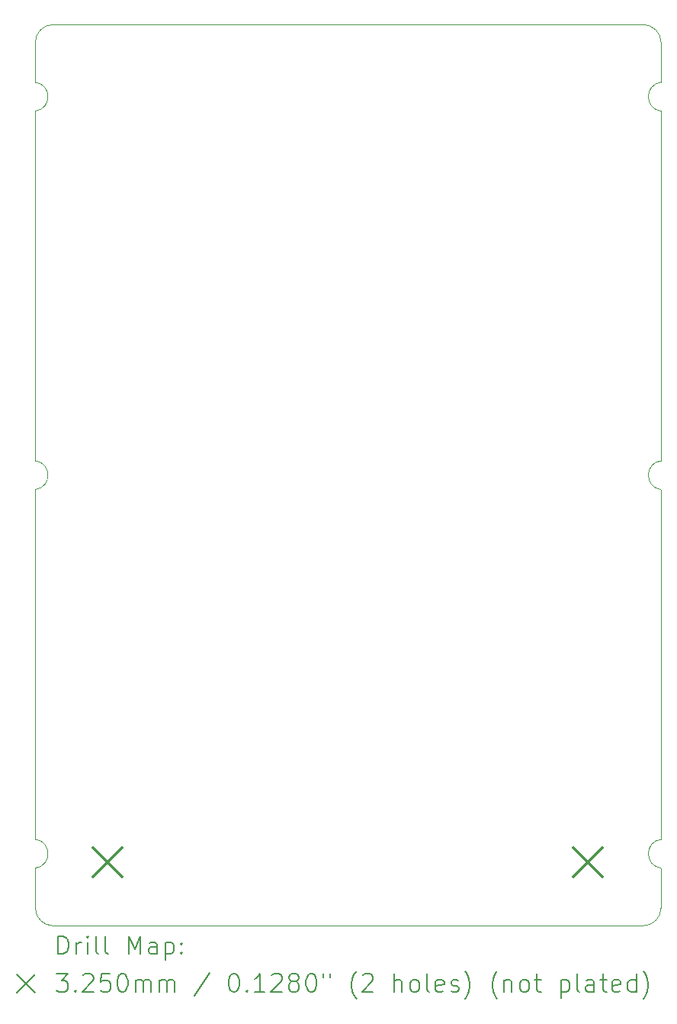
<source format=gbr>
%TF.GenerationSoftware,KiCad,Pcbnew,(6.0.9)*%
%TF.CreationDate,2023-11-09T13:38:59+05:30*%
%TF.ProjectId,Modular-I2C-4PxRJ45-Relay-Driver,4d6f6475-6c61-4722-9d49-32432d345078,2*%
%TF.SameCoordinates,Original*%
%TF.FileFunction,Drillmap*%
%TF.FilePolarity,Positive*%
%FSLAX45Y45*%
G04 Gerber Fmt 4.5, Leading zero omitted, Abs format (unit mm)*
G04 Created by KiCad (PCBNEW (6.0.9)) date 2023-11-09 13:38:59*
%MOMM*%
%LPD*%
G01*
G04 APERTURE LIST*
%ADD10C,0.050000*%
%ADD11C,0.200000*%
%ADD12C,0.325000*%
G04 APERTURE END LIST*
D10*
X18439600Y-7168200D02*
X18439600Y-11048200D01*
X18439600Y-11368200D02*
X18439600Y-11808200D01*
X18239600Y-12008200D02*
X11689600Y-12008200D01*
X11689600Y-2008200D02*
G75*
G03*
X11489600Y-2208200I0J-200000D01*
G01*
X18239600Y-12008200D02*
G75*
G03*
X18439600Y-11808200I0J200000D01*
G01*
X11689600Y-2008200D02*
X18239600Y-2008200D01*
X11489600Y-2968200D02*
G75*
G03*
X11489600Y-2648200I-20070J160000D01*
G01*
X18439600Y-2648200D02*
G75*
G03*
X18439600Y-2968200I20070J-160000D01*
G01*
X18439600Y-6848200D02*
G75*
G03*
X18439600Y-7168200I20070J-160000D01*
G01*
X18439600Y-2208200D02*
X18439600Y-2648200D01*
X11489600Y-11808200D02*
X11489600Y-11368200D01*
X11489600Y-11368200D02*
G75*
G03*
X11489600Y-11048200I-20070J160000D01*
G01*
X11489600Y-2208200D02*
X11489600Y-2648200D01*
X11489600Y-2968200D02*
X11489600Y-6848200D01*
X18439600Y-11048200D02*
G75*
G03*
X18439600Y-11368200I20070J-160000D01*
G01*
X18439600Y-6848200D02*
X18439600Y-2968200D01*
X11489600Y-7168200D02*
G75*
G03*
X11489600Y-6848200I-20070J160000D01*
G01*
X18439600Y-2208200D02*
G75*
G03*
X18239600Y-2008200I-200000J0D01*
G01*
X11489600Y-11808200D02*
G75*
G03*
X11689600Y-12008200I200000J0D01*
G01*
X11489600Y-7168200D02*
X11489600Y-11048200D01*
D11*
D12*
X12131100Y-11141750D02*
X12456100Y-11466750D01*
X12456100Y-11141750D02*
X12131100Y-11466750D01*
X17465100Y-11141750D02*
X17790100Y-11466750D01*
X17790100Y-11141750D02*
X17465100Y-11466750D01*
D11*
X11744719Y-12321176D02*
X11744719Y-12121176D01*
X11792338Y-12121176D01*
X11820909Y-12130700D01*
X11839957Y-12149748D01*
X11849481Y-12168795D01*
X11859005Y-12206890D01*
X11859005Y-12235462D01*
X11849481Y-12273557D01*
X11839957Y-12292605D01*
X11820909Y-12311652D01*
X11792338Y-12321176D01*
X11744719Y-12321176D01*
X11944719Y-12321176D02*
X11944719Y-12187843D01*
X11944719Y-12225938D02*
X11954243Y-12206890D01*
X11963767Y-12197367D01*
X11982814Y-12187843D01*
X12001862Y-12187843D01*
X12068528Y-12321176D02*
X12068528Y-12187843D01*
X12068528Y-12121176D02*
X12059005Y-12130700D01*
X12068528Y-12140224D01*
X12078052Y-12130700D01*
X12068528Y-12121176D01*
X12068528Y-12140224D01*
X12192338Y-12321176D02*
X12173290Y-12311652D01*
X12163767Y-12292605D01*
X12163767Y-12121176D01*
X12297100Y-12321176D02*
X12278052Y-12311652D01*
X12268528Y-12292605D01*
X12268528Y-12121176D01*
X12525671Y-12321176D02*
X12525671Y-12121176D01*
X12592338Y-12264033D01*
X12659005Y-12121176D01*
X12659005Y-12321176D01*
X12839957Y-12321176D02*
X12839957Y-12216414D01*
X12830433Y-12197367D01*
X12811386Y-12187843D01*
X12773290Y-12187843D01*
X12754243Y-12197367D01*
X12839957Y-12311652D02*
X12820909Y-12321176D01*
X12773290Y-12321176D01*
X12754243Y-12311652D01*
X12744719Y-12292605D01*
X12744719Y-12273557D01*
X12754243Y-12254509D01*
X12773290Y-12244986D01*
X12820909Y-12244986D01*
X12839957Y-12235462D01*
X12935195Y-12187843D02*
X12935195Y-12387843D01*
X12935195Y-12197367D02*
X12954243Y-12187843D01*
X12992338Y-12187843D01*
X13011386Y-12197367D01*
X13020909Y-12206890D01*
X13030433Y-12225938D01*
X13030433Y-12283081D01*
X13020909Y-12302128D01*
X13011386Y-12311652D01*
X12992338Y-12321176D01*
X12954243Y-12321176D01*
X12935195Y-12311652D01*
X13116148Y-12302128D02*
X13125671Y-12311652D01*
X13116148Y-12321176D01*
X13106624Y-12311652D01*
X13116148Y-12302128D01*
X13116148Y-12321176D01*
X13116148Y-12197367D02*
X13125671Y-12206890D01*
X13116148Y-12216414D01*
X13106624Y-12206890D01*
X13116148Y-12197367D01*
X13116148Y-12216414D01*
X11287100Y-12550700D02*
X11487100Y-12750700D01*
X11487100Y-12550700D02*
X11287100Y-12750700D01*
X11725671Y-12541176D02*
X11849481Y-12541176D01*
X11782814Y-12617367D01*
X11811386Y-12617367D01*
X11830433Y-12626890D01*
X11839957Y-12636414D01*
X11849481Y-12655462D01*
X11849481Y-12703081D01*
X11839957Y-12722128D01*
X11830433Y-12731652D01*
X11811386Y-12741176D01*
X11754243Y-12741176D01*
X11735195Y-12731652D01*
X11725671Y-12722128D01*
X11935195Y-12722128D02*
X11944719Y-12731652D01*
X11935195Y-12741176D01*
X11925671Y-12731652D01*
X11935195Y-12722128D01*
X11935195Y-12741176D01*
X12020909Y-12560224D02*
X12030433Y-12550700D01*
X12049481Y-12541176D01*
X12097100Y-12541176D01*
X12116148Y-12550700D01*
X12125671Y-12560224D01*
X12135195Y-12579271D01*
X12135195Y-12598319D01*
X12125671Y-12626890D01*
X12011386Y-12741176D01*
X12135195Y-12741176D01*
X12316148Y-12541176D02*
X12220909Y-12541176D01*
X12211386Y-12636414D01*
X12220909Y-12626890D01*
X12239957Y-12617367D01*
X12287576Y-12617367D01*
X12306624Y-12626890D01*
X12316148Y-12636414D01*
X12325671Y-12655462D01*
X12325671Y-12703081D01*
X12316148Y-12722128D01*
X12306624Y-12731652D01*
X12287576Y-12741176D01*
X12239957Y-12741176D01*
X12220909Y-12731652D01*
X12211386Y-12722128D01*
X12449481Y-12541176D02*
X12468528Y-12541176D01*
X12487576Y-12550700D01*
X12497100Y-12560224D01*
X12506624Y-12579271D01*
X12516148Y-12617367D01*
X12516148Y-12664986D01*
X12506624Y-12703081D01*
X12497100Y-12722128D01*
X12487576Y-12731652D01*
X12468528Y-12741176D01*
X12449481Y-12741176D01*
X12430433Y-12731652D01*
X12420909Y-12722128D01*
X12411386Y-12703081D01*
X12401862Y-12664986D01*
X12401862Y-12617367D01*
X12411386Y-12579271D01*
X12420909Y-12560224D01*
X12430433Y-12550700D01*
X12449481Y-12541176D01*
X12601862Y-12741176D02*
X12601862Y-12607843D01*
X12601862Y-12626890D02*
X12611386Y-12617367D01*
X12630433Y-12607843D01*
X12659005Y-12607843D01*
X12678052Y-12617367D01*
X12687576Y-12636414D01*
X12687576Y-12741176D01*
X12687576Y-12636414D02*
X12697100Y-12617367D01*
X12716148Y-12607843D01*
X12744719Y-12607843D01*
X12763767Y-12617367D01*
X12773290Y-12636414D01*
X12773290Y-12741176D01*
X12868528Y-12741176D02*
X12868528Y-12607843D01*
X12868528Y-12626890D02*
X12878052Y-12617367D01*
X12897100Y-12607843D01*
X12925671Y-12607843D01*
X12944719Y-12617367D01*
X12954243Y-12636414D01*
X12954243Y-12741176D01*
X12954243Y-12636414D02*
X12963767Y-12617367D01*
X12982814Y-12607843D01*
X13011386Y-12607843D01*
X13030433Y-12617367D01*
X13039957Y-12636414D01*
X13039957Y-12741176D01*
X13430433Y-12531652D02*
X13259005Y-12788795D01*
X13687576Y-12541176D02*
X13706624Y-12541176D01*
X13725671Y-12550700D01*
X13735195Y-12560224D01*
X13744719Y-12579271D01*
X13754243Y-12617367D01*
X13754243Y-12664986D01*
X13744719Y-12703081D01*
X13735195Y-12722128D01*
X13725671Y-12731652D01*
X13706624Y-12741176D01*
X13687576Y-12741176D01*
X13668528Y-12731652D01*
X13659005Y-12722128D01*
X13649481Y-12703081D01*
X13639957Y-12664986D01*
X13639957Y-12617367D01*
X13649481Y-12579271D01*
X13659005Y-12560224D01*
X13668528Y-12550700D01*
X13687576Y-12541176D01*
X13839957Y-12722128D02*
X13849481Y-12731652D01*
X13839957Y-12741176D01*
X13830433Y-12731652D01*
X13839957Y-12722128D01*
X13839957Y-12741176D01*
X14039957Y-12741176D02*
X13925671Y-12741176D01*
X13982814Y-12741176D02*
X13982814Y-12541176D01*
X13963767Y-12569748D01*
X13944719Y-12588795D01*
X13925671Y-12598319D01*
X14116148Y-12560224D02*
X14125671Y-12550700D01*
X14144719Y-12541176D01*
X14192338Y-12541176D01*
X14211386Y-12550700D01*
X14220909Y-12560224D01*
X14230433Y-12579271D01*
X14230433Y-12598319D01*
X14220909Y-12626890D01*
X14106624Y-12741176D01*
X14230433Y-12741176D01*
X14344719Y-12626890D02*
X14325671Y-12617367D01*
X14316148Y-12607843D01*
X14306624Y-12588795D01*
X14306624Y-12579271D01*
X14316148Y-12560224D01*
X14325671Y-12550700D01*
X14344719Y-12541176D01*
X14382814Y-12541176D01*
X14401862Y-12550700D01*
X14411386Y-12560224D01*
X14420909Y-12579271D01*
X14420909Y-12588795D01*
X14411386Y-12607843D01*
X14401862Y-12617367D01*
X14382814Y-12626890D01*
X14344719Y-12626890D01*
X14325671Y-12636414D01*
X14316148Y-12645938D01*
X14306624Y-12664986D01*
X14306624Y-12703081D01*
X14316148Y-12722128D01*
X14325671Y-12731652D01*
X14344719Y-12741176D01*
X14382814Y-12741176D01*
X14401862Y-12731652D01*
X14411386Y-12722128D01*
X14420909Y-12703081D01*
X14420909Y-12664986D01*
X14411386Y-12645938D01*
X14401862Y-12636414D01*
X14382814Y-12626890D01*
X14544719Y-12541176D02*
X14563767Y-12541176D01*
X14582814Y-12550700D01*
X14592338Y-12560224D01*
X14601862Y-12579271D01*
X14611386Y-12617367D01*
X14611386Y-12664986D01*
X14601862Y-12703081D01*
X14592338Y-12722128D01*
X14582814Y-12731652D01*
X14563767Y-12741176D01*
X14544719Y-12741176D01*
X14525671Y-12731652D01*
X14516148Y-12722128D01*
X14506624Y-12703081D01*
X14497100Y-12664986D01*
X14497100Y-12617367D01*
X14506624Y-12579271D01*
X14516148Y-12560224D01*
X14525671Y-12550700D01*
X14544719Y-12541176D01*
X14687576Y-12541176D02*
X14687576Y-12579271D01*
X14763767Y-12541176D02*
X14763767Y-12579271D01*
X15059005Y-12817367D02*
X15049481Y-12807843D01*
X15030433Y-12779271D01*
X15020909Y-12760224D01*
X15011386Y-12731652D01*
X15001862Y-12684033D01*
X15001862Y-12645938D01*
X15011386Y-12598319D01*
X15020909Y-12569748D01*
X15030433Y-12550700D01*
X15049481Y-12522128D01*
X15059005Y-12512605D01*
X15125671Y-12560224D02*
X15135195Y-12550700D01*
X15154243Y-12541176D01*
X15201862Y-12541176D01*
X15220909Y-12550700D01*
X15230433Y-12560224D01*
X15239957Y-12579271D01*
X15239957Y-12598319D01*
X15230433Y-12626890D01*
X15116148Y-12741176D01*
X15239957Y-12741176D01*
X15478052Y-12741176D02*
X15478052Y-12541176D01*
X15563767Y-12741176D02*
X15563767Y-12636414D01*
X15554243Y-12617367D01*
X15535195Y-12607843D01*
X15506624Y-12607843D01*
X15487576Y-12617367D01*
X15478052Y-12626890D01*
X15687576Y-12741176D02*
X15668528Y-12731652D01*
X15659005Y-12722128D01*
X15649481Y-12703081D01*
X15649481Y-12645938D01*
X15659005Y-12626890D01*
X15668528Y-12617367D01*
X15687576Y-12607843D01*
X15716148Y-12607843D01*
X15735195Y-12617367D01*
X15744719Y-12626890D01*
X15754243Y-12645938D01*
X15754243Y-12703081D01*
X15744719Y-12722128D01*
X15735195Y-12731652D01*
X15716148Y-12741176D01*
X15687576Y-12741176D01*
X15868528Y-12741176D02*
X15849481Y-12731652D01*
X15839957Y-12712605D01*
X15839957Y-12541176D01*
X16020909Y-12731652D02*
X16001862Y-12741176D01*
X15963767Y-12741176D01*
X15944719Y-12731652D01*
X15935195Y-12712605D01*
X15935195Y-12636414D01*
X15944719Y-12617367D01*
X15963767Y-12607843D01*
X16001862Y-12607843D01*
X16020909Y-12617367D01*
X16030433Y-12636414D01*
X16030433Y-12655462D01*
X15935195Y-12674509D01*
X16106624Y-12731652D02*
X16125671Y-12741176D01*
X16163767Y-12741176D01*
X16182814Y-12731652D01*
X16192338Y-12712605D01*
X16192338Y-12703081D01*
X16182814Y-12684033D01*
X16163767Y-12674509D01*
X16135195Y-12674509D01*
X16116148Y-12664986D01*
X16106624Y-12645938D01*
X16106624Y-12636414D01*
X16116148Y-12617367D01*
X16135195Y-12607843D01*
X16163767Y-12607843D01*
X16182814Y-12617367D01*
X16259005Y-12817367D02*
X16268528Y-12807843D01*
X16287576Y-12779271D01*
X16297100Y-12760224D01*
X16306624Y-12731652D01*
X16316148Y-12684033D01*
X16316148Y-12645938D01*
X16306624Y-12598319D01*
X16297100Y-12569748D01*
X16287576Y-12550700D01*
X16268528Y-12522128D01*
X16259005Y-12512605D01*
X16620909Y-12817367D02*
X16611386Y-12807843D01*
X16592338Y-12779271D01*
X16582814Y-12760224D01*
X16573290Y-12731652D01*
X16563767Y-12684033D01*
X16563767Y-12645938D01*
X16573290Y-12598319D01*
X16582814Y-12569748D01*
X16592338Y-12550700D01*
X16611386Y-12522128D01*
X16620909Y-12512605D01*
X16697100Y-12607843D02*
X16697100Y-12741176D01*
X16697100Y-12626890D02*
X16706624Y-12617367D01*
X16725671Y-12607843D01*
X16754243Y-12607843D01*
X16773290Y-12617367D01*
X16782814Y-12636414D01*
X16782814Y-12741176D01*
X16906624Y-12741176D02*
X16887576Y-12731652D01*
X16878052Y-12722128D01*
X16868529Y-12703081D01*
X16868529Y-12645938D01*
X16878052Y-12626890D01*
X16887576Y-12617367D01*
X16906624Y-12607843D01*
X16935195Y-12607843D01*
X16954243Y-12617367D01*
X16963767Y-12626890D01*
X16973290Y-12645938D01*
X16973290Y-12703081D01*
X16963767Y-12722128D01*
X16954243Y-12731652D01*
X16935195Y-12741176D01*
X16906624Y-12741176D01*
X17030433Y-12607843D02*
X17106624Y-12607843D01*
X17059005Y-12541176D02*
X17059005Y-12712605D01*
X17068529Y-12731652D01*
X17087576Y-12741176D01*
X17106624Y-12741176D01*
X17325671Y-12607843D02*
X17325671Y-12807843D01*
X17325671Y-12617367D02*
X17344719Y-12607843D01*
X17382814Y-12607843D01*
X17401862Y-12617367D01*
X17411386Y-12626890D01*
X17420910Y-12645938D01*
X17420910Y-12703081D01*
X17411386Y-12722128D01*
X17401862Y-12731652D01*
X17382814Y-12741176D01*
X17344719Y-12741176D01*
X17325671Y-12731652D01*
X17535195Y-12741176D02*
X17516148Y-12731652D01*
X17506624Y-12712605D01*
X17506624Y-12541176D01*
X17697100Y-12741176D02*
X17697100Y-12636414D01*
X17687576Y-12617367D01*
X17668529Y-12607843D01*
X17630433Y-12607843D01*
X17611386Y-12617367D01*
X17697100Y-12731652D02*
X17678052Y-12741176D01*
X17630433Y-12741176D01*
X17611386Y-12731652D01*
X17601862Y-12712605D01*
X17601862Y-12693557D01*
X17611386Y-12674509D01*
X17630433Y-12664986D01*
X17678052Y-12664986D01*
X17697100Y-12655462D01*
X17763767Y-12607843D02*
X17839957Y-12607843D01*
X17792338Y-12541176D02*
X17792338Y-12712605D01*
X17801862Y-12731652D01*
X17820910Y-12741176D01*
X17839957Y-12741176D01*
X17982814Y-12731652D02*
X17963767Y-12741176D01*
X17925671Y-12741176D01*
X17906624Y-12731652D01*
X17897100Y-12712605D01*
X17897100Y-12636414D01*
X17906624Y-12617367D01*
X17925671Y-12607843D01*
X17963767Y-12607843D01*
X17982814Y-12617367D01*
X17992338Y-12636414D01*
X17992338Y-12655462D01*
X17897100Y-12674509D01*
X18163767Y-12741176D02*
X18163767Y-12541176D01*
X18163767Y-12731652D02*
X18144719Y-12741176D01*
X18106624Y-12741176D01*
X18087576Y-12731652D01*
X18078052Y-12722128D01*
X18068529Y-12703081D01*
X18068529Y-12645938D01*
X18078052Y-12626890D01*
X18087576Y-12617367D01*
X18106624Y-12607843D01*
X18144719Y-12607843D01*
X18163767Y-12617367D01*
X18239957Y-12817367D02*
X18249481Y-12807843D01*
X18268529Y-12779271D01*
X18278052Y-12760224D01*
X18287576Y-12731652D01*
X18297100Y-12684033D01*
X18297100Y-12645938D01*
X18287576Y-12598319D01*
X18278052Y-12569748D01*
X18268529Y-12550700D01*
X18249481Y-12522128D01*
X18239957Y-12512605D01*
M02*

</source>
